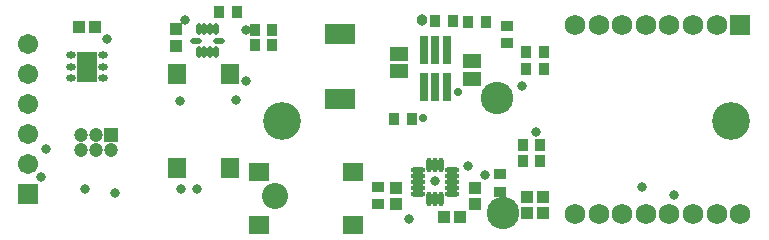
<source format=gts>
G04 Layer_Color=8388736*
%FSLAX25Y25*%
%MOIN*%
G70*
G01*
G75*
%ADD48R,0.03556X0.04343*%
%ADD49C,0.06800*%
%ADD50O,0.04737X0.01981*%
%ADD51R,0.06800X0.06800*%
%ADD52R,0.05918X0.06902*%
%ADD53R,0.06706X0.10249*%
%ADD54O,0.03162X0.02375*%
%ADD55R,0.04343X0.03950*%
%ADD56R,0.03950X0.04343*%
%ADD57O,0.01981X0.03950*%
%ADD58O,0.03950X0.01981*%
%ADD59R,0.06902X0.05918*%
%ADD60R,0.04343X0.03556*%
%ADD61O,0.01981X0.04737*%
%ADD62R,0.06312X0.05131*%
%ADD63R,0.03162X0.09265*%
%ADD64R,0.10249X0.06706*%
%ADD65C,0.12611*%
%ADD66C,0.08674*%
%ADD67R,0.06706X0.06706*%
%ADD68C,0.06706*%
%ADD69C,0.04737*%
%ADD70R,0.04737X0.04737*%
%ADD71C,0.03300*%
%ADD72C,0.10800*%
%ADD73C,0.03800*%
%ADD74C,0.02800*%
D48*
X247053Y172600D02*
D03*
X241147D02*
D03*
X257953Y172500D02*
D03*
X252047D02*
D03*
X169147Y175700D02*
D03*
X175053D02*
D03*
X277353Y156800D02*
D03*
X271447D02*
D03*
X180947Y164700D02*
D03*
X186853D02*
D03*
X180947Y169800D02*
D03*
X186853D02*
D03*
X277353Y162200D02*
D03*
X271447D02*
D03*
X276153Y125900D02*
D03*
X270247D02*
D03*
X276153Y131300D02*
D03*
X270247D02*
D03*
X227447Y140100D02*
D03*
X233353D02*
D03*
D49*
X334944Y108500D02*
D03*
X342818D02*
D03*
X319196D02*
D03*
X311322D02*
D03*
X303448D02*
D03*
X295574D02*
D03*
X287700D02*
D03*
Y171500D02*
D03*
X295574D02*
D03*
X303448D02*
D03*
X311322D02*
D03*
X319196D02*
D03*
X327070D02*
D03*
X334944D02*
D03*
X327070Y108500D02*
D03*
D50*
X246709Y121069D02*
D03*
X235291Y115163D02*
D03*
Y117131D02*
D03*
Y119100D02*
D03*
Y121069D02*
D03*
Y123037D02*
D03*
X246709D02*
D03*
Y119100D02*
D03*
Y117131D02*
D03*
Y115163D02*
D03*
D51*
X342818Y171500D02*
D03*
D52*
X172858Y154850D02*
D03*
Y123550D02*
D03*
X155142Y154850D02*
D03*
Y123550D02*
D03*
D53*
X125000Y157500D02*
D03*
D54*
X119685Y153563D02*
D03*
Y157500D02*
D03*
Y161437D02*
D03*
X130315D02*
D03*
Y157500D02*
D03*
Y153563D02*
D03*
D55*
X154584Y169916D02*
D03*
Y164404D02*
D03*
X254500Y111544D02*
D03*
Y117056D02*
D03*
X228200Y117156D02*
D03*
Y111644D02*
D03*
X277100Y108544D02*
D03*
Y114056D02*
D03*
X271600Y108544D02*
D03*
Y114056D02*
D03*
D56*
X249456Y107200D02*
D03*
X243944D02*
D03*
X127756Y170600D02*
D03*
X122244D02*
D03*
D57*
X162232Y162420D02*
D03*
X164200D02*
D03*
X166169D02*
D03*
X168137D02*
D03*
Y169900D02*
D03*
X166169D02*
D03*
X164200D02*
D03*
X162232D02*
D03*
D58*
X168924Y166160D02*
D03*
X161444D02*
D03*
D59*
X213750Y104542D02*
D03*
X182450D02*
D03*
X213750Y122258D02*
D03*
X182450D02*
D03*
D60*
X262600Y115747D02*
D03*
Y121653D02*
D03*
X221900Y117453D02*
D03*
Y111547D02*
D03*
X265000Y171153D02*
D03*
Y165247D02*
D03*
D61*
X242969Y113391D02*
D03*
X241000D02*
D03*
X239032D02*
D03*
Y124809D02*
D03*
X241000D02*
D03*
X242969D02*
D03*
D62*
X229000Y155847D02*
D03*
Y161753D02*
D03*
X253300Y153447D02*
D03*
Y159353D02*
D03*
D63*
X237460Y150798D02*
D03*
X241200D02*
D03*
X244940D02*
D03*
Y163002D02*
D03*
X241200D02*
D03*
X237460D02*
D03*
D64*
X209300Y168227D02*
D03*
Y146573D02*
D03*
D65*
X339642Y139350D02*
D03*
X190154D02*
D03*
D66*
X187811Y114272D02*
D03*
D67*
X105500Y115000D02*
D03*
D68*
Y125000D02*
D03*
Y135000D02*
D03*
Y145000D02*
D03*
Y155000D02*
D03*
Y165000D02*
D03*
D69*
X123100Y129800D02*
D03*
Y134800D02*
D03*
X128100Y129800D02*
D03*
Y134800D02*
D03*
X133100Y129800D02*
D03*
D70*
Y134800D02*
D03*
D71*
X274800Y135700D02*
D03*
X310196Y117500D02*
D03*
X320850Y114750D02*
D03*
X177900Y152800D02*
D03*
X232400Y106800D02*
D03*
X241000Y119500D02*
D03*
X252200Y124400D02*
D03*
X257800Y121400D02*
D03*
X269900Y151000D02*
D03*
X109700Y120700D02*
D03*
X124500Y116600D02*
D03*
X174700Y146200D02*
D03*
X156000Y146000D02*
D03*
X161850Y116650D02*
D03*
X156300Y116600D02*
D03*
X131800Y166700D02*
D03*
X111300Y130000D02*
D03*
X134400Y115300D02*
D03*
X157828Y173160D02*
D03*
X178000Y169800D02*
D03*
D72*
X261800Y147100D02*
D03*
X263700Y108700D02*
D03*
D73*
X236800Y173100D02*
D03*
D74*
X248600Y149100D02*
D03*
X237100Y140500D02*
D03*
M02*

</source>
